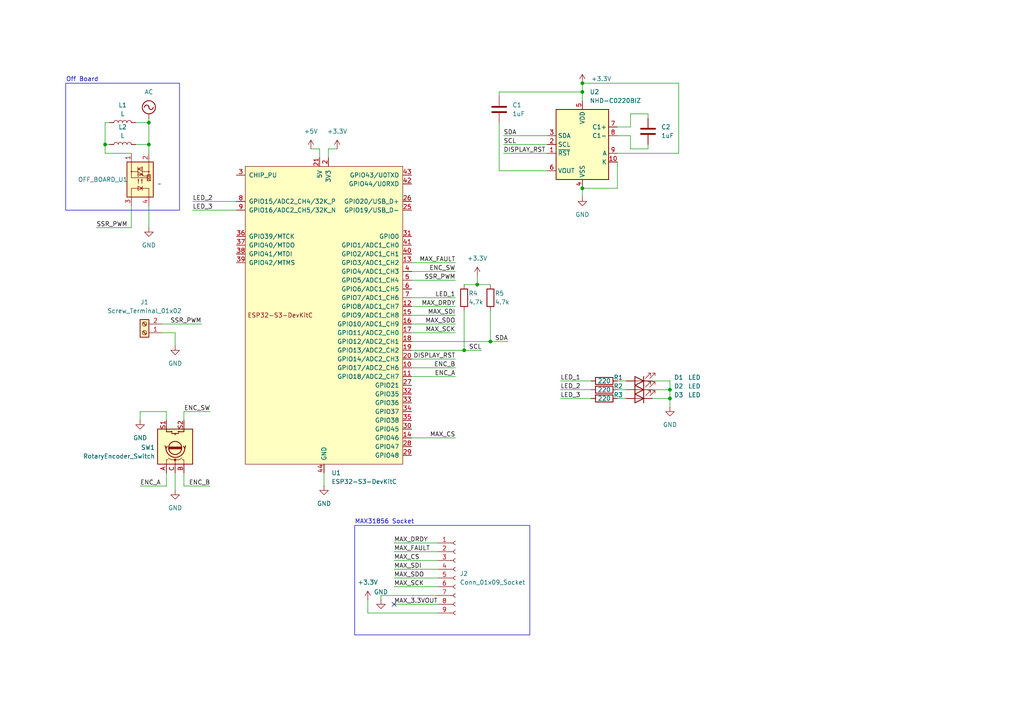
<source format=kicad_sch>
(kicad_sch (version 20250114) (generator "eeschema") (generator_version "9.0")
  (paper "A4")
  (title_block (title "Tube Furnace Schematic") (date "2025-03-26") (rev "v2") (company "Waterloo Hacker Fab"))
  (lib_symbols
    (symbol "Connector:Conn_01x09_Socket" (pin_names (offset 1.016) (hide yes))
      (property "Reference" "J" (at 0 12.7 0))
      (property "Value" "Conn_01x09_Socket" (at 0 -12.7 0))
      (symbol "Conn_01x09_Socket_1_1"
        (polyline (pts (xy -1.27 10.16) (xy -0.508 10.16)) (stroke (width 0.1524)))
        (polyline (pts (xy -1.27 7.62) (xy -0.508 7.62)) (stroke (width 0.1524)))
        (polyline (pts (xy -1.27 5.08) (xy -0.508 5.08)) (stroke (width 0.1524)))
        (polyline (pts (xy -1.27 2.54) (xy -0.508 2.54)) (stroke (width 0.1524)))
        (polyline (pts (xy -1.27 0) (xy -0.508 0)) (stroke (width 0.1524)))
        (polyline (pts (xy -1.27 -2.54) (xy -0.508 -2.54)) (stroke (width 0.1524)))
        (polyline (pts (xy -1.27 -5.08) (xy -0.508 -5.08)) (stroke (width 0.1524)))
        (polyline (pts (xy -1.27 -7.62) (xy -0.508 -7.62)) (stroke (width 0.1524)))
        (polyline (pts (xy -1.27 -10.16) (xy -0.508 -10.16)) (stroke (width 0.1524)))
        (arc (start 0 9.652) (mid -0.5058 10.16) (end 0 10.668) (stroke (width 0.1524)))
        (arc (start 0 7.112) (mid -0.5058 7.62) (end 0 8.128) (stroke (width 0.1524)))
        (arc (start 0 4.572) (mid -0.5058 5.08) (end 0 5.588) (stroke (width 0.1524)))
        (arc (start 0 2.032) (mid -0.5058 2.54) (end 0 3.048) (stroke (width 0.1524)))
        (arc (start 0 -0.508) (mid -0.5058 0) (end 0 0.508) (stroke (width 0.1524)))
        (arc (start 0 -3.048) (mid -0.5058 -2.54) (end 0 -2.032) (stroke (width 0.1524)))
        (arc (start 0 -5.588) (mid -0.5058 -5.08) (end 0 -4.572) (stroke (width 0.1524)))
        (arc (start 0 -8.128) (mid -0.5058 -7.62) (end 0 -7.112) (stroke (width 0.1524)))
        (arc (start 0 -10.668) (mid -0.5058 -10.16) (end 0 -9.652) (stroke (width 0.1524)))
        (pin passive line (at -5.08 10.16 0) (length 3.81) (name "Pin_1") (number "1"))
        (pin passive line (at -5.08 7.62 0) (length 3.81) (name "Pin_2") (number "2"))
        (pin passive line (at -5.08 5.08 0) (length 3.81) (name "Pin_3") (number "3"))
        (pin passive line (at -5.08 2.54 0) (length 3.81) (name "Pin_4") (number "4"))
        (pin passive line (at -5.08 0 0) (length 3.81) (name "Pin_5") (number "5"))
        (pin passive line (at -5.08 -2.54 0) (length 3.81) (name "Pin_6") (number "6"))
        (pin passive line (at -5.08 -5.08 0) (length 3.81) (name "Pin_7") (number "7"))
        (pin passive line (at -5.08 -7.62 0) (length 3.81) (name "Pin_8") (number "8"))
        (pin passive line (at -5.08 -10.16 0) (length 3.81) (name "Pin_9") (number "9"))
      )
    )
    (symbol "Connector:Screw_Terminal_01x02" (pin_names (offset 1.016) (hide yes))
      (property "Reference" "J" (at 0 2.54 0))
      (property "Value" "Screw_Terminal_01x02" (at 0 -5.08 0))
      (symbol "Screw_Terminal_01x02_1_1"
        (rectangle (start -1.27 1.27) (end 1.27 -3.81) (stroke (width 0.254)) (fill (type background)))
        (polyline (pts (xy -0.5334 0.3302) (xy 0.3302 -0.508)) (stroke (width 0.1524)))
        (polyline (pts (xy -0.5334 -2.2098) (xy 0.3302 -3.048)) (stroke (width 0.1524)))
        (polyline (pts (xy -0.3556 0.508) (xy 0.508 -0.3302)) (stroke (width 0.1524)))
        (polyline (pts (xy -0.3556 -2.032) (xy 0.508 -2.8702)) (stroke (width 0.1524)))
        (circle (center 0 0) (radius 0.635) (stroke (width 0.1524)))
        (circle (center 0 -2.54) (radius 0.635) (stroke (width 0.1524)))
        (pin passive line (at -5.08 0 0) (length 3.81) (name "Pin_1") (number "1"))
        (pin passive line (at -5.08 -2.54 0) (length 3.81) (name "Pin_2") (number "2"))
      )
    )
    (symbol "Device:C" (pin_numbers (hide yes)) (pin_names (offset 0.254))
      (property "Reference" "C" (at 0.635 2.54 0))
      (property "Value" "C" (at 0.635 -2.54 0))
      (symbol "C_0_1"
        (polyline (pts (xy -2.032 0.762) (xy 2.032 0.762)) (stroke (width 0.508)))
        (polyline (pts (xy -2.032 -0.762) (xy 2.032 -0.762)) (stroke (width 0.508)))
      )
      (symbol "C_1_1"
        (pin passive line (at 0 3.81 270) (length 2.794) (name "~") (number "1"))
        (pin passive line (at 0 -3.81 90) (length 2.794) (name "~") (number "2"))
      )
    )
    (symbol "Device:L" (pin_numbers (hide yes)) (pin_names (offset 1.016) (hide yes))
      (property "Reference" "L" (at -1.27 0 90))
      (property "Value" "L" (at 1.905 0 90))
      (symbol "L_0_1"
        (arc (start 0 2.54) (mid 0.6323 1.905) (end 0 1.27))
        (arc (start 0 1.27) (mid 0.6323 0.635) (end 0 0))
        (arc (start 0 0) (mid 0.6323 -0.635) (end 0 -1.27))
        (arc (start 0 -1.27) (mid 0.6323 -1.905) (end 0 -2.54))
      )
      (symbol "L_1_1"
        (pin passive line (at 0 3.81 270) (length 1.27) (name "1") (number "1"))
        (pin passive line (at 0 -3.81 90) (length 1.27) (name "2") (number "2"))
      )
    )
    (symbol "Device:LED" (pin_numbers (hide yes)) (pin_names (offset 1.016) (hide yes))
      (property "Reference" "D" (at 0 2.54 0))
      (property "Value" "LED" (at 0 -2.54 0))
      (symbol "LED_0_1"
        (polyline (pts (xy -3.048 -0.762) (xy -4.572 -2.286) (xy -3.81 -2.286) (xy -4.572 -2.286) (xy -4.572 -1.524)))
        (polyline (pts (xy -1.778 -0.762) (xy -3.302 -2.286) (xy -2.54 -2.286) (xy -3.302 -2.286) (xy -3.302 -1.524)))
        (polyline (pts (xy -1.27 0) (xy 1.27 0)))
        (polyline (pts (xy -1.27 -1.27) (xy -1.27 1.27)) (stroke (width 0.254)))
        (polyline (pts (xy 1.27 -1.27) (xy 1.27 1.27) (xy -1.27 0) (xy 1.27 -1.27)) (stroke (width 0.254)))
      )
      (symbol "LED_1_1"
        (pin passive line (at -3.81 0 0) (length 2.54) (name "K") (number "1"))
        (pin passive line (at 3.81 0 180) (length 2.54) (name "A") (number "2"))
      )
    )
    (symbol "Device:R" (pin_numbers (hide yes)) (pin_names (offset 0))
      (property "Reference" "R" (at 2.032 0 90))
      (property "Value" "R" (at 0 0 90))
      (symbol "R_0_1"
        (rectangle (start -1.016 -2.54) (end 1.016 2.54) (stroke (width 0.254)))
      )
      (symbol "R_1_1"
        (pin passive line (at 0 3.81 270) (length 1.27) (name "~") (number "1"))
        (pin passive line (at 0 -3.81 90) (length 1.27) (name "~") (number "2"))
      )
    )
    (symbol "Device:RotaryEncoder_Switch" (pin_names (offset 0.254) (hide yes))
      (property "Reference" "SW" (at 0 6.604 0))
      (property "Value" "RotaryEncoder_Switch" (at 0 -6.604 0))
      (symbol "RotaryEncoder_Switch_0_1"
        (rectangle (start -5.08 5.08) (end 5.08 -5.08) (stroke (width 0.254)) (fill (type background)))
        (polyline (pts (xy -5.08 2.54) (xy -3.81 2.54) (xy -3.81 2.032)))
        (polyline (pts (xy -5.08 0) (xy -3.81 0) (xy -3.81 -1.016) (xy -3.302 -2.032)))
        (polyline (pts (xy -5.08 -2.54) (xy -3.81 -2.54) (xy -3.81 -2.032)))
        (polyline (pts (xy -4.318 0) (xy -3.81 0) (xy -3.81 1.016) (xy -3.302 2.032)))
        (circle (center -3.81 0) (radius 0.254) (fill (type outline)))
        (polyline (pts (xy -0.635 -1.778) (xy -0.635 1.778)) (stroke (width 0.254)))
        (circle (center -0.381 0) (radius 1.905) (stroke (width 0.254)))
        (polyline (pts (xy -0.381 -1.778) (xy -0.381 1.778)) (stroke (width 0.254)))
        (arc (start -0.381 -2.794) (mid -3.0988 -0.0635) (end -0.381 2.667) (stroke (width 0.254)))
        (polyline (pts (xy -0.127 1.778) (xy -0.127 -1.778)) (stroke (width 0.254)))
        (polyline (pts (xy 0.254 2.921) (xy -0.508 2.667) (xy 0.127 2.286)) (stroke (width 0.254)))
        (polyline (pts (xy 0.254 -3.048) (xy -0.508 -2.794) (xy 0.127 -2.413)) (stroke (width 0.254)))
        (polyline (pts (xy 3.81 1.016) (xy 3.81 -1.016)) (stroke (width 0.254)))
        (polyline (pts (xy 3.81 0) (xy 3.429 0)) (stroke (width 0.254)))
        (circle (center 4.318 1.016) (radius 0.127) (stroke (width 0.254)))
        (circle (center 4.318 -1.016) (radius 0.127) (stroke (width 0.254)))
        (polyline (pts (xy 5.08 2.54) (xy 4.318 2.54) (xy 4.318 1.016)) (stroke (width 0.254)))
        (polyline (pts (xy 5.08 -2.54) (xy 4.318 -2.54) (xy 4.318 -1.016)) (stroke (width 0.254)))
      )
      (symbol "RotaryEncoder_Switch_1_1"
        (pin passive line (at -7.62 2.54 0) (length 2.54) (name "A") (number "A"))
        (pin passive line (at -7.62 0 0) (length 2.54) (name "C") (number "C"))
        (pin passive line (at -7.62 -2.54 0) (length 2.54) (name "B") (number "B"))
        (pin passive line (at 7.62 2.54 180) (length 2.54) (name "S1") (number "S1"))
        (pin passive line (at 7.62 -2.54 180) (length 2.54) (name "S2") (number "S2"))
      )
    )
    (symbol "Display_Character:NHD-C0220BIZ"
      (property "Reference" "U" (at -6.35 11.43 0))
      (property "Value" "NHD-C0220BIZ" (at 8.89 11.43 0))
      (symbol "NHD-C0220BIZ_0_1"
        (rectangle (start -7.62 10.16) (end 7.62 -10.16) (stroke (width 0.254)) (fill (type background)))
      )
      (symbol "NHD-C0220BIZ_1_1"
        (pin bidirectional line (at -10.16 2.54 0) (length 2.54) (name "SDA") (number "3"))
        (pin input line (at -10.16 0 0) (length 2.54) (name "SCL") (number "2"))
        (pin input line (at -10.16 -2.54 0) (length 2.54) (name "~{RST}") (number "1"))
        (pin passive line (at -10.16 -7.62 0) (length 2.54) (name "VOUT") (number "6"))
        (pin power_in line (at 0 12.7 270) (length 2.54) (name "VDD") (number "5"))
        (pin power_in line (at 0 -12.7 90) (length 2.54) (name "VSS") (number "4"))
        (pin passive line (at 10.16 5.08 180) (length 2.54) (name "C1+") (number "7"))
        (pin passive line (at 10.16 2.54 180) (length 2.54) (name "C1-") (number "8"))
        (pin passive line (at 10.16 -2.54 180) (length 2.54) (name "A") (number "9"))
        (pin passive line (at 10.16 -5.08 180) (length 2.54) (name "K") (number "10"))
      )
    )
    (symbol "PCM_Espressif:ESP32-S3-DevKitC" (pin_names (offset 1.016))
      (property "Reference" "U" (at -22.86 48.26 0))
      (property "Value" "ESP32-S3-DevKitC" (at -22.86 45.72 0))
      (symbol "ESP32-S3-DevKitC_0_0"
        (text "ESP32-S3-DevKitC" (at -12.7 0 0) (effects (font (size 1.27 1.27))))
        (pin bidirectional line (at -25.4 15.24 0) (length 2.54) (name "GPIO42/MTMS") (number "39"))
        (pin power_in line (at 0 -45.72 90) (length 2.54) (name "GND") (number "44"))
        (pin bidirectional line (at 25.4 40.64 180) (length 2.54) (name "GPIO43/U0TXD") (number "43"))
        (pin bidirectional line (at 25.4 38.1 180) (length 2.54) (name "GPIO44/U0RXD") (number "42"))
        (pin bidirectional line (at 25.4 20.32 180) (length 2.54) (name "GPIO1/ADC1_CH0") (number "41"))
        (pin bidirectional line (at 25.4 17.78 180) (length 2.54) (name "GPIO2/ADC1_CH1") (number "40"))
        (pin bidirectional line (at 25.4 -10.16 180) (length 2.54) (name "GPIO13/ADC2_CH2") (number "19"))
        (pin bidirectional line (at 25.4 -35.56 180) (length 2.54) (name "GPIO46") (number "14"))
      )
      (symbol "ESP32-S3-DevKitC_0_1"
        (rectangle (start -22.86 43.18) (end 22.86 -43.18) (fill (type background)))
        (pin power_in line (at 1.27 45.72 270) (length 2.54) (name "3V3") (number "2"))
      )
      (symbol "ESP32-S3-DevKitC_1_1"
        (pin input line (at -25.4 40.64 0) (length 2.54) (name "CHIP_PU") (number "3"))
        (pin bidirectional line (at -25.4 33.02 0) (length 2.54) (name "GPIO15/ADC2_CH4/32K_P") (number "8"))
        (pin bidirectional line (at -25.4 30.48 0) (length 2.54) (name "GPIO16/ADC2_CH5/32K_N") (number "9"))
        (pin bidirectional line (at -25.4 22.86 0) (length 2.54) (name "GPIO39/MTCK") (number "36"))
        (pin bidirectional line (at -25.4 20.32 0) (length 2.54) (name "GPIO40/MTDO") (number "37"))
        (pin bidirectional line (at -25.4 17.78 0) (length 2.54) (name "GPIO41/MTDI") (number "38"))
        (pin power_in line (at -1.27 45.72 270) (length 2.54) (name "5V") (number "21"))
        (pin passive line (at 0 -45.72 90) (length 2.54) (hide yes) (name "GND") (number "22"))
        (pin passive line (at 0 -45.72 90) (length 2.54) (hide yes) (name "GND") (number "23"))
        (pin passive line (at 0 -45.72 90) (length 2.54) (hide yes) (name "GND") (number "24"))
        (pin passive line (at 1.27 45.72 270) (length 2.54) (hide yes) (name "3V3") (number "1"))
        (pin bidirectional line (at 25.4 33.02 180) (length 2.54) (name "GPIO20/USB_D+") (number "26"))
        (pin bidirectional line (at 25.4 30.48 180) (length 2.54) (name "GPIO19/USB_D-") (number "25"))
        (pin bidirectional line (at 25.4 22.86 180) (length 2.54) (name "GPIO0") (number "31"))
        (pin bidirectional line (at 25.4 15.24 180) (length 2.54) (name "GPIO3/ADC1_CH2") (number "13"))
        (pin bidirectional line (at 25.4 12.7 180) (length 2.54) (name "GPIO4/ADC1_CH3") (number "4"))
        (pin bidirectional line (at 25.4 10.16 180) (length 2.54) (name "GPIO5/ADC1_CH4") (number "5"))
        (pin bidirectional line (at 25.4 7.62 180) (length 2.54) (name "GPIO6/ADC1_CH5") (number "6"))
        (pin bidirectional line (at 25.4 5.08 180) (length 2.54) (name "GPIO7/ADC1_CH6") (number "7"))
        (pin bidirectional line (at 25.4 2.54 180) (length 2.54) (name "GPIO8/ADC1_CH7") (number "12"))
        (pin bidirectional line (at 25.4 0 180) (length 2.54) (name "GPIO9/ADC1_CH8") (number "15"))
        (pin bidirectional line (at 25.4 -2.54 180) (length 2.54) (name "GPIO10/ADC1_CH9") (number "16"))
        (pin bidirectional line (at 25.4 -5.08 180) (length 2.54) (name "GPIO11/ADC2_CH0") (number "17"))
        (pin bidirectional line (at 25.4 -7.62 180) (length 2.54) (name "GPIO12/ADC2_CH1") (number "18"))
        (pin bidirectional line (at 25.4 -12.7 180) (length 2.54) (name "GPIO14/ADC2_CH3") (number "20"))
        (pin bidirectional line (at 25.4 -15.24 180) (length 2.54) (name "GPIO17/ADC2_CH6") (number "10"))
        (pin bidirectional line (at 25.4 -17.78 180) (length 2.54) (name "GPIO18/ADC2_CH7") (number "11"))
        (pin bidirectional line (at 25.4 -20.32 180) (length 2.54) (name "GPIO21") (number "27"))
        (pin bidirectional line (at 25.4 -22.86 180) (length 2.54) (name "GPIO35") (number "32"))
        (pin bidirectional line (at 25.4 -25.4 180) (length 2.54) (name "GPIO36") (number "33"))
        (pin bidirectional line (at 25.4 -27.94 180) (length 2.54) (name "GPIO37") (number "34"))
        (pin bidirectional line (at 25.4 -30.48 180) (length 2.54) (name "GPIO38") (number "35"))
        (pin bidirectional line (at 25.4 -33.02 180) (length 2.54) (name "GPIO45") (number "30"))
        (pin bidirectional line (at 25.4 -38.1 180) (length 2.54) (name "GPIO47") (number "28"))
        (pin bidirectional line (at 25.4 -40.64 180) (length 2.54) (name "GPIO48") (number "29"))
      )
    )
    (symbol "Relay_SolidState:HHG1D-1"
      (property "Reference" "U" (at -5.08 5.08 0))
      (property "Value" "HHG1D-1" (at 0 5.08 0))
      (symbol "HHG1D-1_0_0"
        (rectangle (start -0.381 -2.032) (end 1.397 -3.048))
        (polyline (pts (xy 1.524 -0.635) (xy 1.016 -1.016) (xy 1.016 -2.032)))
        (polyline (pts (xy 2.286 -2.54) (xy 1.397 -2.54)))
        (text "ZCD" (at 0.508 -2.54 0) (effects (font (size 0.508 0.508))))
      )
      (symbol "HHG1D-1_0_1"
        (rectangle (start -5.08 3.81) (end 5.08 -3.81) (stroke (width 0.254)) (fill (type background)))
        (polyline (pts (xy -5.08 2.54) (xy -2.54 2.54) (xy -2.54 -2.54) (xy -5.08 -2.54)))
        (polyline (pts (xy -3.175 -0.635) (xy -1.905 -0.635)))
        (polyline (pts (xy -2.54 -0.635) (xy -3.175 0.635) (xy -1.905 0.635) (xy -2.54 -0.635)))
        (polyline (pts (xy -1.143 0.508) (xy 0.127 0.508) (xy -0.254 0.381) (xy -0.254 0.635) (xy 0.127 0.508)))
        (polyline (pts (xy -1.143 -0.508) (xy 0.127 -0.508) (xy -0.254 -0.635) (xy -0.254 -0.381) (xy 0.127 -0.508)))
        (polyline (pts (xy 0.889 -0.635) (xy 3.683 -0.635) (xy 3.048 0.635) (xy 2.413 -0.635)))
        (polyline (pts (xy 1.524 -0.635) (xy 1.524 0.635)))
        (polyline (pts (xy 2.286 2.54) (xy 0.508 2.54) (xy 0.508 -2.032)))
        (circle (center 2.286 2.54) (radius 0.127))
        (polyline (pts (xy 2.286 0.635) (xy 2.286 2.54) (xy 5.08 2.54)))
        (polyline (pts (xy 2.286 -0.635) (xy 2.286 -2.54) (xy 5.08 -2.54)))
        (circle (center 2.286 -2.54) (radius 0.127))
        (polyline (pts (xy 3.048 0.635) (xy 3.048 -0.635)))
        (polyline (pts (xy 3.683 0.635) (xy 0.889 0.635) (xy 1.524 -0.635) (xy 2.159 0.635)))
      )
      (symbol "HHG1D-1_1_1"
        (pin passive line (at -7.62 2.54 0) (length 2.54) (name "~") (number "3"))
        (pin passive line (at -7.62 -2.54 0) (length 2.54) (name "~") (number "4"))
        (pin passive line (at 7.62 2.54 180) (length 2.54) (name "~") (number "1"))
        (pin passive line (at 7.62 -2.54 180) (length 2.54) (name "~") (number "2"))
      )
    )
    (symbol "power:+3.3V" (power) (pin_numbers (hide yes)) (pin_names (offset 0) (hide yes))
      (property "Value" "+3.3V" (at 0 3.556 0))
      (symbol "+3.3V_0_1"
        (polyline (pts (xy -0.762 1.27) (xy 0 2.54)))
        (polyline (pts (xy 0 2.54) (xy 0.762 1.27)))
        (polyline (pts (xy 0 0) (xy 0 2.54)))
      )
      (symbol "+3.3V_1_1"
        (pin power_in line (at 0 0 90) (length 0) (name "~") (number "1"))
      )
    )
    (symbol "power:+5V" (power) (pin_numbers (hide yes)) (pin_names (offset 0) (hide yes))
      (property "Value" "+5V" (at 0 3.556 0))
      (symbol "+5V_0_1"
        (polyline (pts (xy -0.762 1.27) (xy 0 2.54)))
        (polyline (pts (xy 0 2.54) (xy 0.762 1.27)))
        (polyline (pts (xy 0 0) (xy 0 2.54)))
      )
      (symbol "+5V_1_1"
        (pin power_in line (at 0 0 90) (length 0) (name "~") (number "1"))
      )
    )
    (symbol "power:AC" (power) (pin_numbers (hide yes)) (pin_names (offset 0) (hide yes))
      (property "Value" "AC" (at 0 6.35 0))
      (symbol "AC_0_1"
        (arc (start -1.27 3.175) (mid -0.635 3.8073) (end 0 3.175) (stroke (width 0.254)))
        (circle (center 0 3.175) (radius 1.905) (stroke (width 0.254)))
        (polyline (pts (xy 0 0) (xy 0 1.27)))
        (arc (start 1.27 3.175) (mid 0.635 2.5427) (end 0 3.175) (stroke (width 0.254)))
      )
      (symbol "AC_1_1"
        (pin power_in line (at 0 0 90) (length 0) (name "~") (number "1"))
      )
    )
    (symbol "power:GND" (power) (pin_numbers (hide yes)) (pin_names (offset 0) (hide yes))
      (property "Value" "GND" (at 0 -3.81 0))
      (symbol "GND_0_1"
        (polyline (pts (xy 0 0) (xy 0 -1.27) (xy 1.27 -1.27) (xy 0 -2.54) (xy -1.27 -1.27) (xy 0 -1.27)))
      )
      (symbol "GND_1_1"
        (pin power_in line (at 0 0 270) (length 0) (name "~") (number "1"))
      )
    )
  )
  (rectangle (start 102.87 152.4) (end 153.67 184.15))
  (rectangle (start 19.05 24.13) (end 52.07 60.96))
  (text "Off Board" (at 23.876 23.114 0) (effects (font (size 1.27 1.27))))
  (text "MAX31856 Socket" (at 111.506 151.384 0) (effects (font (size 1.27 1.27))))
  (junction (at 30.48 41.91))
  (junction (at 168.91 24.13))
  (junction (at 142.24 99.06))
  (junction (at 134.62 101.6))
  (junction (at 43.18 35.56))
  (junction (at 194.31 113.03))
  (junction (at 168.91 54.61))
  (junction (at 43.18 41.91))
  (junction (at 168.91 26.67))
  (junction (at 138.43 82.55))
  (junction (at 194.31 115.57))
  (no_connect (at 114.3 175.26))
  (wire (pts (xy 162.56 113.03) (xy 171.45 113.03)))
  (wire (pts (xy 187.96 43.18) (xy 187.96 41.91)))
  (wire (pts (xy 182.88 43.18) (xy 187.96 43.18)))
  (wire (pts (xy 106.68 177.8) (xy 127 177.8)))
  (wire (pts (xy 194.31 115.57) (xy 194.31 118.11)))
  (wire (pts (xy 114.3 175.26) (xy 127 175.26)))
  (wire (pts (xy 134.62 82.55) (xy 138.43 82.55)))
  (wire (pts (xy 110.49 172.72) (xy 110.49 173.99)))
  (wire (pts (xy 187.96 33.02) (xy 187.96 34.29)))
  (wire (pts (xy 179.07 44.45) (xy 196.85 44.45)))
  (wire (pts (xy 46.99 96.52) (xy 50.8 96.52)))
  (wire (pts (xy 194.31 113.03) (xy 194.31 115.57)))
  (wire (pts (xy 194.31 113.03) (xy 189.23 113.03)))
  (wire (pts (xy 119.38 101.6) (xy 134.62 101.6)))
  (wire (pts (xy 93.98 137.16) (xy 93.98 140.97)))
  (wire (pts (xy 168.91 24.13) (xy 168.91 26.67)))
  (wire (pts (xy 114.3 160.02) (xy 127 160.02)))
  (wire (pts (xy 106.68 173.99) (xy 106.68 177.8)))
  (wire (pts (xy 95.25 43.18) (xy 97.79 43.18)))
  (wire (pts (xy 39.37 35.56) (xy 43.18 35.56)))
  (wire (pts (xy 53.34 119.38) (xy 60.96 119.38)))
  (wire (pts (xy 40.64 119.38) (xy 48.26 119.38)))
  (wire (pts (xy 48.26 119.38) (xy 48.26 121.92)))
  (wire (pts (xy 134.62 101.6) (xy 139.7 101.6)))
  (wire (pts (xy 142.24 99.06) (xy 147.32 99.06)))
  (wire (pts (xy 179.07 36.83) (xy 182.88 36.83)))
  (wire (pts (xy 92.71 43.18) (xy 90.17 43.18)))
  (wire (pts (xy 50.8 137.16) (xy 50.8 142.24)))
  (wire (pts (xy 30.48 35.56) (xy 31.75 35.56)))
  (wire (pts (xy 114.3 157.48) (xy 127 157.48)))
  (wire (pts (xy 168.91 54.61) (xy 168.91 57.15)))
  (wire (pts (xy 53.34 140.97) (xy 60.96 140.97)))
  (wire (pts (xy 138.43 82.55) (xy 142.24 82.55)))
  (wire (pts (xy 179.07 110.49) (xy 181.61 110.49)))
  (wire (pts (xy 119.38 109.22) (xy 132.08 109.22)))
  (wire (pts (xy 30.48 41.91) (xy 31.75 41.91)))
  (wire (pts (xy 92.71 45.72) (xy 92.71 43.18)))
  (wire (pts (xy 114.3 167.64) (xy 127 167.64)))
  (wire (pts (xy 119.38 81.28) (xy 132.08 81.28)))
  (wire (pts (xy 50.8 96.52) (xy 50.8 100.33)))
  (wire (pts (xy 144.78 35.56) (xy 144.78 49.53)))
  (wire (pts (xy 55.88 60.96) (xy 68.58 60.96)))
  (wire (pts (xy 48.26 137.16) (xy 48.26 140.97)))
  (wire (pts (xy 53.34 121.92) (xy 53.34 119.38)))
  (wire (pts (xy 114.3 165.1) (xy 127 165.1)))
  (wire (pts (xy 179.07 39.37) (xy 182.88 39.37)))
  (wire (pts (xy 144.78 49.53) (xy 158.75 49.53)))
  (wire (pts (xy 142.24 90.17) (xy 142.24 99.06)))
  (wire (pts (xy 30.48 35.56) (xy 30.48 41.91)))
  (wire (pts (xy 132.08 76.2) (xy 119.38 76.2)))
  (wire (pts (xy 182.88 39.37) (xy 182.88 43.18)))
  (wire (pts (xy 43.18 34.29) (xy 43.18 35.56)))
  (wire (pts (xy 146.05 44.45) (xy 158.75 44.45)))
  (wire (pts (xy 182.88 33.02) (xy 187.96 33.02)))
  (wire (pts (xy 146.05 41.91) (xy 158.75 41.91)))
  (wire (pts (xy 182.88 36.83) (xy 182.88 33.02)))
  (wire (pts (xy 30.48 44.45) (xy 38.1 44.45)))
  (wire (pts (xy 119.38 104.14) (xy 132.08 104.14)))
  (wire (pts (xy 119.38 91.44) (xy 132.08 91.44)))
  (wire (pts (xy 144.78 26.67) (xy 144.78 27.94)))
  (wire (pts (xy 43.18 59.69) (xy 43.18 66.04)))
  (wire (pts (xy 53.34 137.16) (xy 53.34 140.97)))
  (wire (pts (xy 179.07 113.03) (xy 181.61 113.03)))
  (wire (pts (xy 194.31 115.57) (xy 189.23 115.57)))
  (wire (pts (xy 134.62 90.17) (xy 134.62 101.6)))
  (wire (pts (xy 119.38 127) (xy 132.08 127)))
  (wire (pts (xy 40.64 121.92) (xy 40.64 119.38)))
  (wire (pts (xy 162.56 110.49) (xy 171.45 110.49)))
  (wire (pts (xy 179.07 115.57) (xy 181.61 115.57)))
  (wire (pts (xy 43.18 41.91) (xy 43.18 44.45)))
  (wire (pts (xy 194.31 113.03) (xy 194.31 110.49)))
  (wire (pts (xy 110.49 172.72) (xy 127 172.72)))
  (wire (pts (xy 55.88 58.42) (xy 68.58 58.42)))
  (wire (pts (xy 38.1 66.04) (xy 38.1 59.69)))
  (wire (pts (xy 114.3 170.18) (xy 127 170.18)))
  (wire (pts (xy 39.37 41.91) (xy 43.18 41.91)))
  (wire (pts (xy 119.38 78.74) (xy 132.08 78.74)))
  (wire (pts (xy 162.56 115.57) (xy 171.45 115.57)))
  (wire (pts (xy 40.64 140.97) (xy 48.26 140.97)))
  (wire (pts (xy 146.05 39.37) (xy 158.75 39.37)))
  (wire (pts (xy 119.38 93.98) (xy 132.08 93.98)))
  (wire (pts (xy 196.85 44.45) (xy 196.85 24.13)))
  (wire (pts (xy 179.07 46.99) (xy 179.07 54.61)))
  (wire (pts (xy 132.08 88.9) (xy 119.38 88.9)))
  (wire (pts (xy 27.94 66.04) (xy 38.1 66.04)))
  (wire (pts (xy 132.08 86.36) (xy 119.38 86.36)))
  (wire (pts (xy 30.48 44.45) (xy 30.48 41.91)))
  (wire (pts (xy 179.07 54.61) (xy 168.91 54.61)))
  (wire (pts (xy 119.38 99.06) (xy 142.24 99.06)))
  (wire (pts (xy 194.31 110.49) (xy 189.23 110.49)))
  (wire (pts (xy 46.99 93.98) (xy 58.42 93.98)))
  (wire (pts (xy 144.78 26.67) (xy 168.91 26.67)))
  (wire (pts (xy 168.91 26.67) (xy 168.91 29.21)))
  (wire (pts (xy 43.18 35.56) (xy 43.18 41.91)))
  (wire (pts (xy 119.38 96.52) (xy 132.08 96.52)))
  (wire (pts (xy 138.43 82.55) (xy 138.43 80.01)))
  (wire (pts (xy 119.38 106.68) (xy 132.08 106.68)))
  (wire (pts (xy 95.25 45.72) (xy 95.25 43.18)))
  (wire (pts (xy 114.3 162.56) (xy 127 162.56)))
  (wire (pts (xy 168.91 24.13) (xy 196.85 24.13)))
  (label "MAX_CS" (at 114.3 162.56 0))
  (label "ENC_A" (at 132.08 109.22 180))
  (label "ENC_SW" (at 60.96 119.38 180))
  (label "SCL" (at 146.05 41.91 0))
  (label "MAX_SCK" (at 132.08 96.52 180))
  (label "SCL" (at 139.7 101.6 180))
  (label "MAX_SDO" (at 132.08 93.98 180))
  (label "MAX_CS" (at 132.08 127 180))
  (label "LED_1" (at 132.08 86.36 180))
  (label "ENC_SW" (at 132.08 78.74 180))
  (label "MAX_3.3VOUT" (at 114.3 175.26 0))
  (label "MAX_SCK" (at 114.3 170.18 0))
  (label "SDA" (at 147.32 99.06 180))
  (label "MAX_DRDY" (at 114.3 157.48 0))
  (label "LED_2" (at 55.88 58.42 0))
  (label "MAX_SDO" (at 114.3 167.64 0))
  (label "MAX_SDI" (at 114.3 165.1 0))
  (label "DISPLAY_RST" (at 146.05 44.45 0))
  (label "ENC_B" (at 132.08 106.68 180))
  (label "SDA" (at 146.05 39.37 0))
  (label "LED_2" (at 162.56 113.03 0))
  (label "ENC_B" (at 60.96 140.97 180))
  (label "SSR_PWM" (at 132.08 81.28 180))
  (label "MAX_FAULT" (at 114.3 160.02 0))
  (label "ENC_A" (at 40.64 140.97 0))
  (label "MAX_FAULT" (at 132.08 76.2 180))
  (label "MAX_SDI" (at 132.08 91.44 180))
  (label "SSR_PWM" (at 27.94 66.04 0))
  (label "LED_3" (at 55.88 60.96 0))
  (label "DISPLAY_RST" (at 132.08 104.14 180))
  (label "LED_1" (at 162.56 110.49 0))
  (label "SSR_PWM" (at 58.42 93.98 180))
  (label "MAX_DRDY" (at 132.08 88.9 180))
  (label "LED_3" (at 162.56 115.57 0))
  (symbol (lib_id "Device:RotaryEncoder_Switch") (at 50.8 129.54 90) (unit 1)
    (property "Reference" "SW1" (at 44.958 129.794 90) (effects (justify left)))
    (property "Value" "RotaryEncoder_Switch" (at 44.958 132.334 90) (effects (justify left)))
    (property "Footprint" "!footprints:PEC164120FS0012" (effects (hide yes)))
    (property "Description" "Rotary encoder, dual channel, incremental quadrate outputs, with switch" (effects (hide yes)))
  )
  (symbol (lib_id "power:GND") (at 194.31 118.11 0) (unit 1)
    (property "Reference" "#PWR012" (effects (hide yes)))
    (property "Value" "GND" (at 194.31 123.19 0))
    (property "Description" "Power symbol creates a global label with name \"GND\" , ground" (effects (hide yes)))
  )
  (symbol (lib_id "Device:R") (at 175.26 110.49 90) (unit 1)
    (property "Reference" "R1" (at 179.324 109.474 90))
    (property "Value" "220" (at 175.26 110.49 90))
    (property "Footprint" "Resistor_SMD:R_0805_2012Metric_Pad1.20x1.40mm_HandSolder" (effects (hide yes)))
    (property "Description" "Resistor" (effects (hide yes)))
  )
  (symbol (lib_id "Connector:Screw_Terminal_01x02") (at 41.91 96.52 180) (unit 1)
    (property "Reference" "J1" (at 41.91 87.63 0))
    (property "Value" "Screw_Terminal_01x02" (at 41.91 90.17 0))
    (property "Footprint" "phoenix_footprints:TE_282837-2" (effects (hide yes)))
    (property "Description" "Generic screw terminal, single row, 01x02, script generated (kicad-library-utils/schlib/autogen/connector/)" (effects (hide yes)))
  )
  (symbol (lib_id "Device:C") (at 187.96 38.1 0) (unit 1)
    (property "Reference" "C2" (at 191.77 36.8299 0) (effects (justify left)))
    (property "Value" "1uF" (at 191.77 39.3699 0) (effects (justify left)))
    (property "Footprint" "Capacitor_SMD:C_0805_2012Metric" (effects (hide yes)))
    (property "Description" "Unpolarized capacitor" (effects (hide yes)))
  )
  (symbol (lib_id "Device:L") (at 35.56 41.91 90) (unit 1) (on_board no)
    (property "Reference" "L2" (at 35.56 36.83 90))
    (property "Value" "L" (at 35.56 39.37 90))
    (property "Description" "Inductor" (effects (hide yes)))
  )
  (symbol (lib_id "Device:C") (at 144.78 31.75 0) (unit 1)
    (property "Reference" "C1" (at 148.59 30.4799 0) (effects (justify left)))
    (property "Value" "1uF" (at 148.59 33.0199 0) (effects (justify left)))
    (property "Footprint" "Capacitor_SMD:C_0805_2012Metric" (effects (hide yes)))
    (property "Description" "Unpolarized capacitor" (effects (hide yes)))
  )
  (symbol (lib_id "Relay_SolidState:HHG1D-1") (at 40.64 52.07 90) (unit 1) (on_board no)
    (property "Reference" "OFF_BOARD_U1" (at 22.606 52.07 90) (effects (justify right)))
    (property "Value" "~" (at 45.72 53.34 90) (effects (justify right)))
    (property "Datasheet" "https://ncr.hk/uploads/Relays/Solid_State_Relays/HHG1D-1.pdf" (effects (hide yes)))
    (property "Description" "NCR zero cross solid state relay 1A, 2A, 3A, 4A" (effects (hide yes)))
  )
  (symbol (lib_id "power:GND") (at 168.91 57.15 0) (unit 1)
    (property "Reference" "#PWR014" (effects (hide yes)))
    (property "Value" "GND" (at 168.91 62.23 0))
    (property "Description" "Power symbol creates a global label with name \"GND\" , ground" (effects (hide yes)))
  )
  (symbol (lib_id "power:+3.3V") (at 106.68 173.99 0) (unit 1)
    (property "Reference" "#PWR09" (effects (hide yes)))
    (property "Value" "+3.3V" (at 106.68 168.91 0))
    (property "Description" "Power symbol creates a global label with name \"+3.3V\"" (effects (hide yes)))
  )
  (symbol (lib_id "power:GND") (at 40.64 121.92 0) (unit 1)
    (property "Reference" "#PWR01" (effects (hide yes)))
    (property "Value" "GND" (at 40.64 127 0))
    (property "Description" "Power symbol creates a global label with name \"GND\" , ground" (effects (hide yes)))
  )
  (symbol (lib_id "power:+5V") (at 90.17 43.18 0) (unit 1)
    (property "Reference" "#PWR06" (effects (hide yes)))
    (property "Value" "+5V" (at 90.17 38.1 0))
    (property "Description" "Power symbol creates a global label with name \"+5V\"" (effects (hide yes)))
  )
  (symbol (lib_id "Device:LED") (at 185.42 110.49 180) (unit 1)
    (property "Reference" "D1" (at 196.85 109.474 0))
    (property "Value" "LED" (at 201.422 109.474 0))
    (property "Footprint" "Diode_SMD:D_0805_2012Metric_Pad1.15x1.40mm_HandSolder" (effects (hide yes)))
    (property "Description" "Light emitting diode" (effects (hide yes)))
    (property "Sim.Pins" "1=K 2=A" (effects (hide yes)))
  )
  (symbol (lib_id "Device:R") (at 142.24 86.36 0) (unit 1)
    (property "Reference" "R5" (at 143.51 85.09 0) (effects (justify left)))
    (property "Value" "4.7k" (at 143.51 87.63 0) (effects (justify left)))
    (property "Footprint" "Resistor_SMD:R_0805_2012Metric_Pad1.20x1.40mm_HandSolder" (effects (hide yes)))
    (property "Description" "Resistor" (effects (hide yes)))
  )
  (symbol (lib_id "Device:L") (at 35.56 35.56 90) (unit 1) (on_board no)
    (property "Reference" "L1" (at 35.56 30.48 90))
    (property "Value" "L" (at 35.56 33.02 90))
    (property "Description" "Inductor" (effects (hide yes)))
  )
  (symbol (lib_id "power:AC") (at 43.18 34.29 0) (unit 1)
    (property "Reference" "#PWR04" (effects (hide yes)))
    (property "Value" "AC" (at 43.18 26.67 0))
    (property "Description" "Power symbol creates a global label with name \"AC\"" (effects (hide yes)))
  )
  (symbol (lib_id "Device:LED") (at 185.42 113.03 180) (unit 1)
    (property "Reference" "D2" (at 196.85 112.014 0))
    (property "Value" "LED" (at 201.422 112.014 0))
    (property "Footprint" "Diode_SMD:D_0805_2012Metric_Pad1.15x1.40mm_HandSolder" (effects (hide yes)))
    (property "Description" "Light emitting diode" (effects (hide yes)))
    (property "Sim.Pins" "1=K 2=A" (effects (hide yes)))
  )
  (symbol (lib_id "power:GND") (at 43.18 66.04 0) (unit 1)
    (property "Reference" "#PWR05" (effects (hide yes)))
    (property "Value" "GND" (at 43.18 71.12 0))
    (property "Description" "Power symbol creates a global label with name \"GND\" , ground" (effects (hide yes)))
  )
  (symbol (lib_id "Device:LED") (at 185.42 115.57 180) (unit 1)
    (property "Reference" "D3" (at 196.85 114.554 0))
    (property "Value" "LED" (at 201.422 114.554 0))
    (property "Footprint" "Diode_SMD:D_0805_2012Metric_Pad1.15x1.40mm_HandSolder" (effects (hide yes)))
    (property "Description" "Light emitting diode" (effects (hide yes)))
    (property "Sim.Pins" "1=K 2=A" (effects (hide yes)))
  )
  (symbol (lib_id "Device:R") (at 175.26 113.03 90) (unit 1)
    (property "Reference" "R2" (at 179.324 112.014 90))
    (property "Value" "220" (at 175.26 113.03 90))
    (property "Footprint" "Resistor_SMD:R_0805_2012Metric_Pad1.20x1.40mm_HandSolder" (effects (hide yes)))
    (property "Description" "Resistor" (effects (hide yes)))
  )
  (symbol (lib_id "PCM_Espressif:ESP32-S3-DevKitC") (at 93.98 91.44 0) (unit 1)
    (property "Reference" "U1" (at 96.1233 137.16 0) (effects (justify left)))
    (property "Value" "ESP32-S3-DevKitC" (at 96.1233 139.7 0) (effects (justify left)))
    (property "Footprint" "PCM_Espressif:ESP32-S3-DevKitC" (effects (hide yes)))
    (property "Description" "ESP32-S3-DevKitC" (effects (hide yes)))
  )
  (symbol (lib_id "Connector:Conn_01x09_Socket") (at 132.08 167.64 0) (unit 1)
    (property "Reference" "J2" (at 133.35 166.3699 0) (effects (justify left)))
    (property "Value" "Conn_01x09_Socket" (at 133.35 168.9099 0) (effects (justify left)))
    (property "Footprint" "!footprints:MAX31856_HEADER" (effects (hide yes)))
    (property "Description" "Generic connector, single row, 01x09, script generated" (effects (hide yes)))
  )
  (symbol (lib_id "power:GND") (at 93.98 140.97 0) (unit 1)
    (property "Reference" "#PWR07" (effects (hide yes)))
    (property "Value" "GND" (at 93.98 146.05 0))
    (property "Description" "Power symbol creates a global label with name \"GND\" , ground" (effects (hide yes)))
  )
  (symbol (lib_id "power:GND") (at 50.8 100.33 0) (unit 1)
    (property "Reference" "#PWR02" (effects (hide yes)))
    (property "Value" "GND" (at 50.8 105.41 0))
    (property "Description" "Power symbol creates a global label with name \"GND\" , ground" (effects (hide yes)))
  )
  (symbol (lib_id "power:GND") (at 110.49 173.99 0) (unit 1)
    (property "Reference" "#PWR010" (effects (hide yes)))
    (property "Value" "GND" (at 110.49 171.704 0))
    (property "Description" "Power symbol creates a global label with name \"GND\" , ground" (effects (hide yes)))
  )
  (symbol (lib_id "power:GND") (at 50.8 142.24 0) (unit 1)
    (property "Reference" "#PWR03" (effects (hide yes)))
    (property "Value" "GND" (at 50.8 147.32 0))
    (property "Description" "Power symbol creates a global label with name \"GND\" , ground" (effects (hide yes)))
  )
  (symbol (lib_id "power:+5V") (at 168.91 24.13 0) (unit 1)
    (property "Reference" "#PWR013" (effects (hide yes)))
    (property "Value" "+3.3V" (at 171.45 22.8599 0) (effects (justify left)))
    (property "Description" "Power symbol creates a global label with name \"+5V\"" (effects (hide yes)))
  )
  (symbol (lib_id "Device:R") (at 175.26 115.57 90) (unit 1)
    (property "Reference" "R3" (at 179.324 114.554 90))
    (property "Value" "220" (at 175.26 115.57 90))
    (property "Footprint" "Resistor_SMD:R_0805_2012Metric_Pad1.20x1.40mm_HandSolder" (effects (hide yes)))
    (property "Description" "Resistor" (effects (hide yes)))
  )
  (symbol (lib_id "power:+3.3V") (at 97.79 43.18 0) (unit 1)
    (property "Reference" "#PWR08" (effects (hide yes)))
    (property "Value" "+3.3V" (at 97.79 38.1 0))
    (property "Description" "Power symbol creates a global label with name \"+3.3V\"" (effects (hide yes)))
  )
  (symbol (lib_id "power:+3.3V") (at 138.43 80.01 0) (unit 1)
    (property "Reference" "#PWR011" (effects (hide yes)))
    (property "Value" "+3.3V" (at 138.43 74.93 0))
    (property "Description" "Power symbol creates a global label with name \"+3.3V\"" (effects (hide yes)))
  )
  (symbol (lib_id "Device:R") (at 134.62 86.36 0) (unit 1)
    (property "Reference" "R4" (at 135.89 85.09 0) (effects (justify left)))
    (property "Value" "4.7k" (at 135.89 87.63 0) (effects (justify left)))
    (property "Footprint" "Resistor_SMD:R_0805_2012Metric_Pad1.20x1.40mm_HandSolder" (effects (hide yes)))
    (property "Description" "Resistor" (effects (hide yes)))
  )
  (symbol (lib_id "Display_Character:NHD-C0220BIZ") (at 168.91 41.91 0) (unit 1)
    (property "Reference" "U2" (at 171.0533 26.67 0) (effects (justify left)))
    (property "Value" "NHD-C0220BIZ" (at 171.0533 29.21 0) (effects (justify left)))
    (property "Footprint" "Display:NHD-C0220BiZ" (effects (hide yes)))
    (property "Datasheet" "http://www.newhavendisplay.com/specs/NHD-C0220BiZ-FSW-FBW-3V3M.pdf" (effects (hide yes)))
    (property "Description" "LCD 20x2 Alphanumeric 10pin Blue/White/Green Backlight, i2c, 3.3V VDD" (effects (hide yes)))
  )
)
</source>
